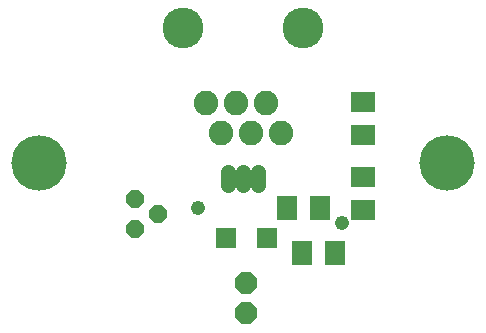
<source format=gts>
G75*
G70*
%OFA0B0*%
%FSLAX24Y24*%
%IPPOS*%
%LPD*%
%AMOC8*
5,1,8,0,0,1.08239X$1,22.5*
%
%ADD10C,0.1340*%
%ADD11C,0.1844*%
%ADD12C,0.0516*%
%ADD13R,0.0789X0.0710*%
%ADD14R,0.0710X0.0789*%
%ADD15OC8,0.0600*%
%ADD16R,0.0671X0.0671*%
%ADD17C,0.0820*%
%ADD18C,0.1360*%
%ADD19OC8,0.0740*%
%ADD20C,0.0476*%
D10*
X001300Y006100D03*
X014900Y006100D03*
D11*
X014900Y006100D03*
X001300Y006100D03*
D12*
X007600Y005818D02*
X007600Y005382D01*
X008100Y005382D02*
X008100Y005818D01*
X008600Y005818D02*
X008600Y005382D01*
D13*
X012100Y005651D03*
X012100Y004549D03*
X012100Y007049D03*
X012100Y008151D03*
D14*
X010651Y004600D03*
X009549Y004600D03*
X010049Y003100D03*
X011151Y003100D03*
D15*
X004500Y003900D03*
X005250Y004400D03*
X004500Y004900D03*
D16*
X007511Y003600D03*
X008889Y003600D03*
D17*
X009350Y007100D03*
X008350Y007100D03*
X007350Y007100D03*
X006850Y008100D03*
X007850Y008100D03*
X008850Y008100D03*
D18*
X010100Y010600D03*
X006100Y010600D03*
D19*
X008200Y002100D03*
X008200Y001100D03*
D20*
X011400Y004100D03*
X006600Y004600D03*
M02*

</source>
